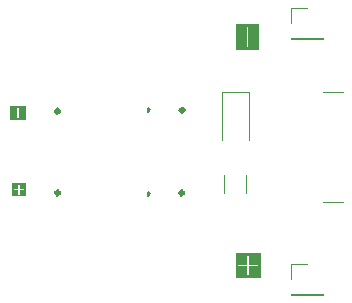
<source format=gbr>
%TF.GenerationSoftware,KiCad,Pcbnew,8.0.1*%
%TF.CreationDate,2024-04-06T17:54:05-05:00*%
%TF.ProjectId,Banana to USB-C Adapter,42616e61-6e61-4207-946f-205553422d43,2*%
%TF.SameCoordinates,Original*%
%TF.FileFunction,Legend,Top*%
%TF.FilePolarity,Positive*%
%FSLAX46Y46*%
G04 Gerber Fmt 4.6, Leading zero omitted, Abs format (unit mm)*
G04 Created by KiCad (PCBNEW 8.0.1) date 2024-04-06 17:54:05*
%MOMM*%
%LPD*%
G01*
G04 APERTURE LIST*
%ADD10C,0.150000*%
%ADD11C,0.322487*%
%ADD12C,0.120000*%
G04 APERTURE END LIST*
G36*
X128600000Y-95675000D02*
G01*
X129050000Y-95675000D01*
X129050000Y-96825000D01*
X128600000Y-96825000D01*
X128600000Y-95675000D01*
G37*
G36*
X146900000Y-90700000D02*
G01*
X148800000Y-90700000D01*
X148800000Y-90900000D01*
X146900000Y-90900000D01*
X146900000Y-90700000D01*
G37*
G36*
X127750000Y-95650000D02*
G01*
X129050000Y-95650000D01*
X129050000Y-95750000D01*
X127750000Y-95750000D01*
X127750000Y-95650000D01*
G37*
G36*
X127750000Y-95675000D02*
G01*
X128250000Y-95675000D01*
X128250000Y-96825000D01*
X127750000Y-96825000D01*
X127750000Y-95675000D01*
G37*
D10*
X139575000Y-103075000D02*
X139400000Y-103250000D01*
D11*
X131911243Y-96100000D02*
G75*
G02*
X131588757Y-96100000I-161243J0D01*
G01*
X131588757Y-96100000D02*
G75*
G02*
X131911243Y-96100000I161243J0D01*
G01*
G36*
X127750000Y-96750000D02*
G01*
X129050000Y-96750000D01*
X129050000Y-96850000D01*
X127750000Y-96850000D01*
X127750000Y-96750000D01*
G37*
X131911243Y-103025000D02*
G75*
G02*
X131588757Y-103025000I-161243J0D01*
G01*
X131588757Y-103025000D02*
G75*
G02*
X131911243Y-103025000I161243J0D01*
G01*
X142461243Y-96025000D02*
G75*
G02*
X142138757Y-96025000I-161243J0D01*
G01*
X142138757Y-96025000D02*
G75*
G02*
X142461243Y-96025000I161243J0D01*
G01*
D10*
X139375000Y-95850000D02*
X139375000Y-96200000D01*
G36*
X146900000Y-88750000D02*
G01*
X148800000Y-88750000D01*
X148800000Y-88950000D01*
X146900000Y-88950000D01*
X146900000Y-88750000D01*
G37*
X139575000Y-103075000D02*
X139400000Y-102900000D01*
D11*
X142411243Y-103025000D02*
G75*
G02*
X142088757Y-103025000I-161243J0D01*
G01*
X142088757Y-103025000D02*
G75*
G02*
X142411243Y-103025000I161243J0D01*
G01*
G36*
X148100000Y-88750000D02*
G01*
X148800000Y-88750000D01*
X148800000Y-90900000D01*
X148100000Y-90900000D01*
X148100000Y-88750000D01*
G37*
D10*
X139400000Y-103250000D02*
X139400000Y-103225000D01*
X139550000Y-96025000D02*
X139375000Y-95850000D01*
G36*
X146850000Y-88750000D02*
G01*
X147550000Y-88750000D01*
X147550000Y-90900000D01*
X146850000Y-90900000D01*
X146850000Y-88750000D01*
G37*
X139400000Y-102900000D02*
X139400000Y-103250000D01*
X139550000Y-96025000D02*
X139375000Y-96200000D01*
X139375000Y-96200000D02*
X139375000Y-96175000D01*
G36*
X129055123Y-103296264D02*
G01*
X127923878Y-103296264D01*
X127923878Y-102745273D01*
X128034989Y-102745273D01*
X128046188Y-102772309D01*
X128066880Y-102793001D01*
X128093916Y-102804200D01*
X128108548Y-102805641D01*
X128415345Y-102805071D01*
X128415941Y-103126226D01*
X128427140Y-103153262D01*
X128447832Y-103173954D01*
X128474868Y-103185153D01*
X128504132Y-103185153D01*
X128531168Y-103173954D01*
X128551860Y-103153262D01*
X128563059Y-103126226D01*
X128564500Y-103111594D01*
X128563930Y-102804795D01*
X128885085Y-102804200D01*
X128912121Y-102793001D01*
X128932813Y-102772309D01*
X128944012Y-102745273D01*
X128944012Y-102716009D01*
X128932813Y-102688973D01*
X128912121Y-102668281D01*
X128885085Y-102657082D01*
X128870453Y-102655641D01*
X128563654Y-102656210D01*
X128563059Y-102335057D01*
X128551860Y-102308021D01*
X128531168Y-102287329D01*
X128504132Y-102276130D01*
X128474868Y-102276130D01*
X128447832Y-102287329D01*
X128427140Y-102308021D01*
X128415941Y-102335057D01*
X128414500Y-102349689D01*
X128415069Y-102656486D01*
X128093916Y-102657082D01*
X128066880Y-102668281D01*
X128046188Y-102688973D01*
X128034989Y-102716009D01*
X128034989Y-102745273D01*
X127923878Y-102745273D01*
X127923878Y-102165019D01*
X129055123Y-102165019D01*
X129055123Y-103296264D01*
G37*
G36*
X148132755Y-90870906D02*
G01*
X147538311Y-90870906D01*
X147538311Y-89051316D01*
X147760533Y-89051316D01*
X147761974Y-90589757D01*
X147773173Y-90616793D01*
X147793865Y-90637485D01*
X147820901Y-90648684D01*
X147850165Y-90648684D01*
X147877201Y-90637485D01*
X147897893Y-90616793D01*
X147909092Y-90589757D01*
X147910533Y-90575125D01*
X147909092Y-89036684D01*
X147897893Y-89009648D01*
X147877201Y-88988956D01*
X147850165Y-88977757D01*
X147820901Y-88977757D01*
X147793865Y-88988956D01*
X147773173Y-89009648D01*
X147761974Y-89036684D01*
X147760533Y-89051316D01*
X147538311Y-89051316D01*
X147538311Y-88755535D01*
X148132755Y-88755535D01*
X148132755Y-90870906D01*
G37*
G36*
X148944465Y-110222119D02*
G01*
X146829093Y-110222119D01*
X146829093Y-109179065D01*
X147051315Y-109179065D01*
X147062514Y-109206101D01*
X147083206Y-109226793D01*
X147110242Y-109237992D01*
X147124874Y-109239433D01*
X147812562Y-109238788D01*
X147813220Y-109940970D01*
X147824419Y-109968006D01*
X147845111Y-109988698D01*
X147872147Y-109999897D01*
X147901411Y-109999897D01*
X147928447Y-109988698D01*
X147949139Y-109968006D01*
X147960338Y-109940970D01*
X147961779Y-109926338D01*
X147961134Y-109238649D01*
X148663316Y-109237992D01*
X148690352Y-109226793D01*
X148711044Y-109206101D01*
X148722243Y-109179065D01*
X148722243Y-109149801D01*
X148711044Y-109122765D01*
X148690352Y-109102073D01*
X148663316Y-109090874D01*
X148648684Y-109089433D01*
X147960995Y-109090077D01*
X147960338Y-108387896D01*
X147949139Y-108360860D01*
X147928447Y-108340168D01*
X147901411Y-108328969D01*
X147872147Y-108328969D01*
X147845111Y-108340168D01*
X147824419Y-108360860D01*
X147813220Y-108387896D01*
X147811779Y-108402528D01*
X147812423Y-109090216D01*
X147110242Y-109090874D01*
X147083206Y-109102073D01*
X147062514Y-109122765D01*
X147051315Y-109149801D01*
X147051315Y-109179065D01*
X146829093Y-109179065D01*
X146829093Y-108106747D01*
X148944465Y-108106747D01*
X148944465Y-110222119D01*
G37*
G36*
X128609977Y-96815621D02*
G01*
X128237755Y-96815621D01*
X128237755Y-95869047D01*
X128348866Y-95869047D01*
X128350307Y-96645583D01*
X128361506Y-96672619D01*
X128382198Y-96693311D01*
X128409234Y-96704510D01*
X128438498Y-96704510D01*
X128465534Y-96693311D01*
X128486226Y-96672619D01*
X128497425Y-96645583D01*
X128498866Y-96630951D01*
X128497425Y-95854415D01*
X128486226Y-95827379D01*
X128465534Y-95806687D01*
X128438498Y-95795488D01*
X128409234Y-95795488D01*
X128382198Y-95806687D01*
X128361506Y-95827379D01*
X128350307Y-95854415D01*
X128348866Y-95869047D01*
X128237755Y-95869047D01*
X128237755Y-95684377D01*
X128609977Y-95684377D01*
X128609977Y-96815621D01*
G37*
D12*
%TO.C,J3*%
X151552600Y-87341400D02*
X152882600Y-87341400D01*
X151552600Y-88671400D02*
X151552600Y-87341400D01*
X151552600Y-89941400D02*
X151552600Y-90001400D01*
X151552600Y-89941400D02*
X154212600Y-89941400D01*
X151552600Y-90001400D02*
X154212600Y-90001400D01*
X154212600Y-89941400D02*
X154212600Y-90001400D01*
%TO.C,J2*%
X151552600Y-109007600D02*
X152882600Y-109007600D01*
X151552600Y-110337600D02*
X151552600Y-109007600D01*
X151552600Y-111607600D02*
X151552600Y-111667600D01*
X151552600Y-111607600D02*
X154212600Y-111607600D01*
X151552600Y-111667600D02*
X154212600Y-111667600D01*
X154212600Y-111607600D02*
X154212600Y-111667600D01*
%TO.C,R1*%
X145880000Y-102997064D02*
X145880000Y-101542936D01*
X147700000Y-102997064D02*
X147700000Y-101542936D01*
%TO.C,J1*%
X155940000Y-94490000D02*
X154240000Y-94490000D01*
X155940000Y-103830000D02*
X154240000Y-103830000D01*
%TO.C,D1*%
X145655000Y-94460000D02*
X145655000Y-98520000D01*
X147925000Y-94460000D02*
X145655000Y-94460000D01*
X147925000Y-98520000D02*
X147925000Y-94460000D01*
%TD*%
M02*

</source>
